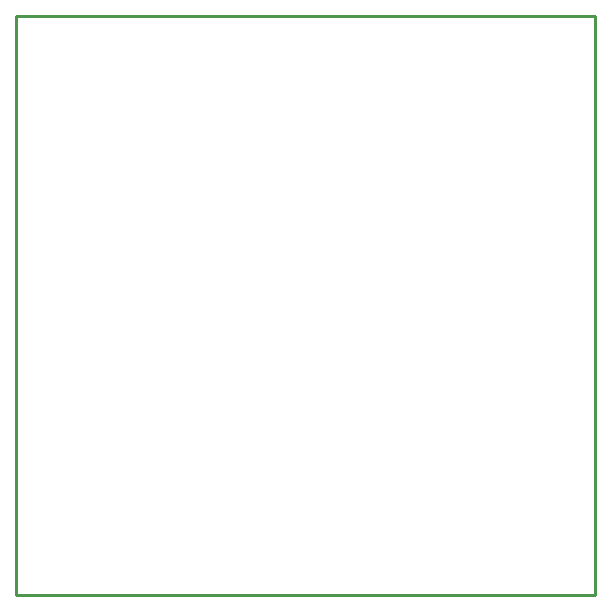
<source format=gbr>
G04 EAGLE Gerber RS-274X export*
G75*
%MOMM*%
%FSLAX34Y34*%
%LPD*%
%IN*%
%IPPOS*%
%AMOC8*
5,1,8,0,0,1.08239X$1,22.5*%
G01*
G04 Define Apertures*
%ADD10C,0.254000*%
D10*
X280000Y100000D02*
X770000Y100000D01*
X770000Y590000D01*
X280000Y590000D01*
X280000Y100000D01*
M02*

</source>
